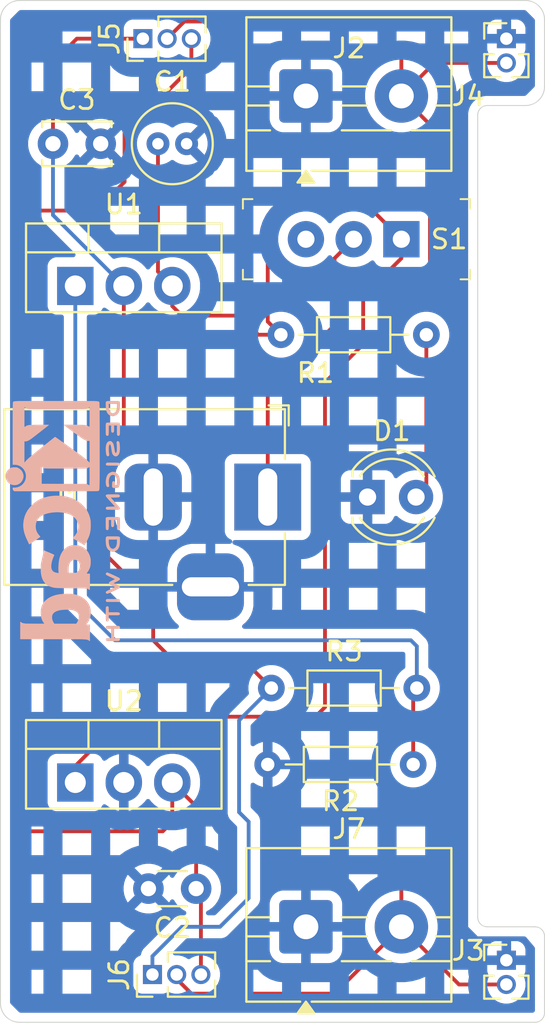
<source format=kicad_pcb>
(kicad_pcb (version 20241229) (generator "pcbnew") (generator_version "9.0")
  (title_block (title "Breadboad Power Supply") (date "2025-05-11") (rev "1") (company "Designed by Vishal"))
  (layers (0 "F.Cu" signal) (2 "B.Cu" signal) (13 "F.Paste" user) (15 "B.Paste" user) (5 "F.SilkS" user "F.Silkscreen") (7 "B.SilkS" user "B.Silkscreen") (1 "F.Mask" user) (3 "B.Mask" user) (25 "Edge.Cuts" user))
  (net 0 "")
  (net 1 "/12V")
  (net 2 "GND")
  (net 3 "/5V")
  (net 4 "/3.3V")
  (net 5 "Net-(D1-A)")
  (net 6 "Net-(U1-ADJ)")
  (net 8 "/PWR_input")
  (net 9 "/PWR_output")
  (footprint "TerminalBlock:TerminalBlock_MaiXu_MX126-5.0-02P_1x02_P5.00mm" (layer "F.Cu") (at 132.5 113)
    (property "Reference" "J7" (at 2.25 -5.12 0) (layer "F.SilkS"))
    (property "Value" "Screw_Terminal_01x02")
    (pad "1" thru_hole roundrect (at 0 0) (size 2.8 2.8) (drill 1.3) (layers "*.Cu" "*.Mask") (roundrect_rratio 0.089286) (net 2 "GND"))
    (pad "2" thru_hole circle (at 5 0) (size 2.8 2.8) (drill 1.3) (layers "*.Cu" "*.Mask") (net 9 "/PWR_output"))
  )
  (footprint "Connector_PinHeader_1.27mm:PinHeader_1x03_P1.27mm_Vertical" (layer "F.Cu") (at 124.46 115.5 90)
    (property "Reference" "J6" (at 0 -1.745 90) (layer "F.SilkS"))
    (property "Value" "Conn_01x03_Pin")
    (pad "1" thru_hole rect (at 0 0 90) (size 1 1) (drill 0.65) (layers "*.Cu" "*.Mask") (net 4 "/3.3V"))
    (pad "2" thru_hole circle (at 0 1.27 90) (size 1 1) (drill 0.65) (layers "*.Cu" "*.Mask") (net 9 "/PWR_output"))
    (pad "3" thru_hole circle (at 0 2.54 90) (size 1 1) (drill 0.65) (layers "*.Cu" "*.Mask") (net 3 "/5V"))
  )
  (footprint "LED_THT:LED_D4.0mm" (layer "F.Cu") (at 135.73 90.5)
    (property "Reference" "D1" (at 1.27 -3.46 0) (layer "F.SilkS"))
    (property "Value" "LED")
    (pad "1" thru_hole rect (at 0 0) (size 1.8 1.8) (drill 0.9) (layers "*.Cu" "*.Mask") (net 2 "GND"))
    (pad "2" thru_hole circle (at 2.54 0) (size 1.8 1.8) (drill 0.9) (layers "*.Cu" "*.Mask") (net 5 "Net-(D1-A)"))
  )
  (footprint "Capacitor_THT:C_Disc_D3.4mm_W2.1mm_P2.50mm" (layer "F.Cu") (at 119.25 72)
    (property "Reference" "C3" (at 1.25 -2.3 0) (layer "F.SilkS"))
    (property "Value" "1u")
    (pad "1" thru_hole circle (at 0 0) (size 1.6 1.6) (drill 0.8) (layers "*.Cu" "*.Mask") (net 4 "/3.3V"))
    (pad "2" thru_hole circle (at 2.5 0) (size 1.6 1.6) (drill 0.8) (layers "*.Cu" "*.Mask") (net 2 "GND"))
  )
  (footprint "Connector_BarrelJack:BarrelJack_Horizontal" (layer "F.Cu") (at 130.5 90.5)
    (property "Reference" "J1" (at -10.5 0 0) (layer "F.SilkS"))
    (property "Value" "Barrel_Jack_Switch")
    (pad "1" thru_hole rect (at 0 0) (size 3.5 3.5) (drill oval 1 3) (layers "*.Cu" "*.Mask") (net 8 "/PWR_input"))
    (pad "2" thru_hole roundrect (at -6 0) (size 3 3.5) (drill oval 1 3) (layers "*.Cu" "*.Mask") (net 2 "GND"))
    (pad "3" thru_hole roundrect (at -3 4.7) (size 3.5 3.5) (drill oval 3 1) (layers "*.Cu" "*.Mask") (net 2 "GND"))
  )
  (footprint "Capacitor_THT:C_Disc_D3.0mm_W1.6mm_P2.50mm" (layer "F.Cu") (at 126.75 111 180)
    (property "Reference" "C2" (at 1.25 -2.05 0) (layer "F.SilkS"))
    (property "Value" "0.1u")
    (pad "1" thru_hole circle (at 0 0 180) (size 1.6 1.6) (drill 0.8) (layers "*.Cu" "*.Mask") (net 3 "/5V"))
    (pad "2" thru_hole circle (at 2.5 0 180) (size 1.6 1.6) (drill 0.8) (layers "*.Cu" "*.Mask") (net 2 "GND"))
  )
  (footprint "Package_TO_SOT_THT:TO-220-3_Vertical" (layer "F.Cu") (at 120.42 79.445)
    (property "Reference" "U1" (at 2.54 -4.27 0) (layer "F.SilkS"))
    (property "Value" "LM317_TO-220")
    (pad "1" thru_hole rect (at 0 0) (size 1.905 2) (drill 1.1) (layers "*.Cu" "*.Mask") (net 6 "Net-(U1-ADJ)"))
    (pad "2" thru_hole oval (at 2.54 0) (size 1.905 2) (drill 1.1) (layers "*.Cu" "*.Mask") (net 4 "/3.3V"))
    (pad "3" thru_hole oval (at 5.08 0) (size 1.905 2) (drill 1.1) (layers "*.Cu" "*.Mask") (net 1 "/12V"))
  )
  (footprint "Resistor_THT:R_Axial_DIN0204_L3.6mm_D1.6mm_P7.62mm_Horizontal" (layer "F.Cu") (at 130.69 100.5)
    (property "Reference" "R3" (at 3.81 -1.92 0) (layer "F.SilkS"))
    (property "Value" "330")
    (pad "1" thru_hole circle (at 0 0) (size 1.4 1.4) (drill 0.7) (layers "*.Cu" "*.Mask") (net 4 "/3.3V"))
    (pad "2" thru_hole oval (at 7.62 0) (size 1.4 1.4) (drill 0.7) (layers "*.Cu" "*.Mask") (net 6 "Net-(U1-ADJ)"))
  )
  (footprint "Package_TO_SOT_THT:TO-220-3_Vertical" (layer "F.Cu") (at 120.42 105.445)
    (property "Reference" "U2" (at 2.54 -4.27 0) (layer "F.SilkS"))
    (property "Value" "LM7805_TO220")
    (pad "1" thru_hole rect (at 0 0) (size 1.905 2) (drill 1.1) (layers "*.Cu" "*.Mask") (net 1 "/12V"))
    (pad "2" thru_hole oval (at 2.54 0) (size 1.905 2) (drill 1.1) (layers "*.Cu" "*.Mask") (net 2 "GND"))
    (pad "3" thru_hole oval (at 5.08 0) (size 1.905 2) (drill 1.1) (layers "*.Cu" "*.Mask") (net 3 "/5V"))
  )
  (footprint "Capacitor_THT:C_Radial_D4.0mm_H5.0mm_P1.50mm" (layer "F.Cu") (at 124.75 72)
    (property "Reference" "C1" (at 0.75 -3.25 0) (layer "F.SilkS"))
    (property "Value" "10u")
    (pad "1" thru_hole circle (at 0 0) (size 1.2 1.2) (drill 0.6) (layers "*.Cu" "*.Mask") (net 1 "/12V"))
    (pad "2" thru_hole circle (at 1.5 0) (size 1.2 1.2) (drill 0.6) (layers "*.Cu" "*.Mask") (net 2 "GND"))
  )
  (footprint "digikey-footprints:Switch_Slide_11.6x4mm_EG1218" (layer "F.Cu") (at 137.5 77 180)
    (property "Reference" "S1" (at -2.5 0 0) (layer "F.SilkS"))
    (property "Value" "EG1218")
    (pad "1" thru_hole rect (at 0 0 180) (size 1.9 1.9) (drill 0.9) (layers "*.Cu" "*.Mask") (net 1 "/12V"))
    (pad "2" thru_hole circle (at 2.5 0 180) (size 1.9 1.9) (drill 0.9) (layers "*.Cu" "*.Mask") (net 8 "/PWR_input"))
    (pad "3" thru_hole circle (at 5 0 180) (size 1.9 1.9) (drill 0.9) (layers "*.Cu" "*.Mask"))
  )
  (footprint "Connector_PinHeader_1.27mm:PinHeader_1x02_P1.27mm_Vertical" (layer "F.Cu") (at 143 114.75)
    (property "Reference" "J3" (at -2 -0.5 0) (layer "F.SilkS"))
    (property "Value" "Conn_01x02_Pin")
    (pad "1" thru_hole rect (at 0 0) (size 1 1) (drill 0.65) (layers "*.Cu" "*.Mask") (net 2 "GND"))
    (pad "2" thru_hole circle (at 0 1.27) (size 1 1) (drill 0.65) (layers "*.Cu" "*.Mask") (net 9 "/PWR_output"))
  )
  (footprint "Connector_PinHeader_1.27mm:PinHeader_1x02_P1.27mm_Vertical" (layer "F.Cu") (at 143 66.5)
    (property "Reference" "J4" (at -2 3 0) (layer "F.SilkS"))
    (property "Value" "Conn_01x02_Pin")
    (pad "1" thru_hole rect (at 0 0) (size 1 1) (drill 0.65) (layers "*.Cu" "*.Mask") (net 2 "GND"))
    (pad "2" thru_hole circle (at 0 1.27) (size 1 1) (drill 0.65) (layers "*.Cu" "*.Mask") (net 9 "/PWR_output"))
  )
  (footprint "Resistor_THT:R_Axial_DIN0204_L3.6mm_D1.6mm_P7.62mm_Horizontal" (layer "F.Cu") (at 131.19 82)
    (property "Reference" "R1" (at 1.81 2 0) (layer "F.SilkS"))
    (property "Value" "330")
    (pad "1" thru_hole circle (at 0 0) (size 1.4 1.4) (drill 0.7) (layers "*.Cu" "*.Mask") (net 1 "/12V"))
    (pad "2" thru_hole oval (at 7.62 0) (size 1.4 1.4) (drill 0.7) (layers "*.Cu" "*.Mask") (net 5 "Net-(D1-A)"))
  )
  (footprint "TerminalBlock:TerminalBlock_MaiXu_MX126-5.0-02P_1x02_P5.00mm" (layer "F.Cu") (at 132.5 69.5)
    (property "Reference" "J2" (at 2.25 -2.5 0) (layer "F.SilkS"))
    (property "Value" "Screw_Terminal_01x02")
    (pad "1" thru_hole roundrect (at 0 0) (size 2.8 2.8) (drill 1.3) (layers "*.Cu" "*.Mask") (roundrect_rratio 0.089286) (net 2 "GND"))
    (pad "2" thru_hole circle (at 5 0) (size 2.8 2.8) (drill 1.3) (layers "*.Cu" "*.Mask") (net 9 "/PWR_output"))
  )
  (footprint "Resistor_THT:R_Axial_DIN0204_L3.6mm_D1.6mm_P7.62mm_Horizontal" (layer "F.Cu") (at 138.12 104.5 180)
    (property "Reference" "R2" (at 3.81 -1.92 0) (layer "F.SilkS"))
    (property "Value" "560")
    (pad "1" thru_hole circle (at 0 0 180) (size 1.4 1.4) (drill 0.7) (layers "*.Cu" "*.Mask") (net 6 "Net-(U1-ADJ)"))
    (pad "2" thru_hole oval (at 7.62 0 180) (size 1.4 1.4) (drill 0.7) (layers "*.Cu" "*.Mask") (net 2 "GND"))
  )
  (footprint "Connector_PinHeader_1.27mm:PinHeader_1x03_P1.27mm_Vertical" (layer "F.Cu") (at 123.96 66.5 90)
    (property "Reference" "J5" (at 0 -1.745 90) (layer "F.SilkS"))
    (property "Value" "Conn_01x03_Pin")
    (pad "1" thru_hole rect (at 0 0 90) (size 1 1) (drill 0.65) (layers "*.Cu" "*.Mask") (net 4 "/3.3V"))
    (pad "2" thru_hole circle (at 0 1.27 90) (size 1 1) (drill 0.65) (layers "*.Cu" "*.Mask") (net 9 "/PWR_output"))
    (pad "3" thru_hole circle (at 0 2.54 90) (size 1 1) (drill 0.65) (layers "*.Cu" "*.Mask") (net 3 "/5V"))
  )
  (footprint "Symbol:KiCad-Logo2_5mm_SilkScreen" (layer "B.Cu") (at 119.75 91.75 -90)
    (property "Reference" "REF**" (hide yes))
    (property "Value" "KiCad-Logo2_5mm_SilkScreen" (hide yes))
  )
  (gr_line (start 144.5 113) (end 142 113) (stroke (width 0.05)) (layer "Edge.Cuts"))
  (gr_arc (start 116.5 65.5) (mid 116.792893 64.792893) (end 117.5 64.5) (stroke (width 0.05)) (layer "Edge.Cuts"))
  (gr_arc (start 145 117.5) (mid 144.853553 117.853553) (end 144.5 118) (stroke (width 0.05)) (layer "Edge.Cuts"))
  (gr_line (start 117.5 64.5) (end 144 64.5) (stroke (width 0.05)) (layer "Edge.Cuts"))
  (gr_arc (start 117.5 118) (mid 116.792893 117.707107) (end 116.5 117) (stroke (width 0.05)) (layer "Edge.Cuts"))
  (gr_arc (start 144.5 113) (mid 144.853553 113.146447) (end 145 113.5) (stroke (width 0.05)) (layer "Edge.Cuts"))
  (gr_line (start 116.5 117) (end 116.5 65.5) (stroke (width 0.05)) (layer "Edge.Cuts"))
  (gr_arc (start 145 69) (mid 144.707107 69.707107) (end 144 70) (stroke (width 0.05)) (layer "Edge.Cuts"))
  (gr_line (start 144.5 118) (end 117.5 118) (stroke (width 0.05)) (layer "Edge.Cuts"))
  (gr_arc (start 141.5 70.5) (mid 141.646447 70.146447) (end 142 70) (stroke (width 0.05)) (layer "Edge.Cuts"))
  (gr_line (start 145 117.5) (end 145 113.5) (stroke (width 0.05)) (layer "Edge.Cuts"))
  (gr_arc (start 142 113) (mid 141.646447 112.853553) (end 141.5 112.5) (stroke (width 0.05)) (layer "Edge.Cuts"))
  (gr_line (start 141.5 112.5) (end 141.5 70.5) (stroke (width 0.05)) (layer "Edge.Cuts"))
  (gr_line (start 145 69) (end 145 65.5) (stroke (width 0.05)) (layer "Edge.Cuts"))
  (gr_line (start 142 70) (end 144 70) (stroke (width 0.05)) (layer "Edge.Cuts"))
  (gr_arc (start 144 64.5) (mid 144.707107 64.792893) (end 145 65.5) (stroke (width 0.05)) (layer "Edge.Cuts"))
  (segment (start 123 102) (end 120.42 104.58) (width 0.2) (layer "F.Cu") (net 1))
  (segment (start 135.5 75) (end 132 75) (width 0.2) (layer "F.Cu") (net 1))
  (segment (start 137.5 78) (end 135.5 80) (width 0.2) (layer "F.Cu") (net 1))
  (segment (start 125.5 80.5) (end 126 81) (width 0.2) (layer "F.Cu") (net 1))
  (segment (start 135.5 82.5) (end 133.5 84.5) (width 0.2) (layer "F.Cu") (net 1))
  (segment (start 130.5 76.5) (end 130.5 81.31) (width 0.2) (layer "F.Cu") (net 1))
  (segment (start 137.5 77) (end 137.5 78) (width 0.2) (layer "F.Cu") (net 1))
  (segment (start 126 81) (end 129 81) (width 0.2) (layer "F.Cu") (net 1))
  (segment (start 120.42 104.58) (end 120.42 105.445) (width 0.2) (layer "F.Cu") (net 1))
  (segment (start 124.75 72) (end 124.75 78.695) (width 0.2) (layer "F.Cu") (net 1))
  (segment (start 137.5 77) (end 135.5 75) (width 0.2) (layer "F.Cu") (net 1))
  (segment (start 124.75 78.695) (end 125.5 79.445) (width 0.2) (layer "F.Cu") (net 1))
  (segment (start 133.5 84.5) (end 133.5 101.5) (width 0.2) (layer "F.Cu") (net 1))
  (segment (start 130 82) (end 131.19 82) (width 0.2) (layer "F.Cu") (net 1))
  (segment (start 129 81) (end 130 82) (width 0.2) (layer "F.Cu") (net 1))
  (segment (start 132 75) (end 130.5 76.5) (width 0.2) (layer "F.Cu") (net 1))
  (segment (start 135.5 80) (end 135.5 82.5) (width 0.2) (layer "F.Cu") (net 1))
  (segment (start 125.5 79.445) (end 125.5 80.5) (width 0.2) (layer "F.Cu") (net 1))
  (segment (start 130.5 81.31) (end 131.19 82) (width 0.2) (layer "F.Cu") (net 1))
  (segment (start 133.5 101.5) (end 133 102) (width 0.2) (layer "F.Cu") (net 1))
  (segment (start 133 102) (end 123 102) (width 0.2) (layer "F.Cu") (net 1))
  (segment (start 127 111.5) (end 127 115.5) (width 0.2) (layer "F.Cu") (net 3))
  (segment (start 124 69.5) (end 125 69.5) (width 0.2) (layer "F.Cu") (net 3))
  (segment (start 118 108) (end 117.5 107.5) (width 0.2) (layer "F.Cu") (net 3))
  (segment (start 123 74) (end 123 70.5) (width 0.2) (layer "F.Cu") (net 3))
  (segment (start 126.75 111) (end 126.75 111.25) (width 0.2) (layer "F.Cu") (net 3))
  (segment (start 117.5 76.5) (end 118.5 75.5) (width 0.2) (layer "F.Cu") (net 3))
  (segment (start 126.75 106.695) (end 125.5 105.445) (width 0.2) (layer "F.Cu") (net 3))
  (segment (start 117.5 107.5) (end 117.5 76.5) (width 0.2) (layer "F.Cu") (net 3))
  (segment (start 125.5 105.445) (end 125.5 107.5) (width 0.2) (layer "F.Cu") (net 3))
  (segment (start 126.75 111.25) (end 127 111.5) (width 0.2) (layer "F.Cu") (net 3))
  (segment (start 126.5 68) (end 126.5 66.5) (width 0.2) (layer "F.Cu") (net 3))
  (segment (start 125 69.5) (end 126.5 68) (width 0.2) (layer "F.Cu") (net 3))
  (segment (start 118.5 75.5) (end 121.5 75.5) (width 0.2) (layer "F.Cu") (net 3))
  (segment (start 121.5 75.5) (end 123 74) (width 0.2) (layer "F.Cu") (net 3))
  (segment (start 123 70.5) (end 124 69.5) (width 0.2) (layer "F.Cu") (net 3))
  (segment (start 125 108) (end 118 108) (width 0.2) (layer "F.Cu") (net 3))
  (segment (start 125.5 107.5) (end 125 108) (width 0.2) (layer "F.Cu") (net 3))
  (segment (start 126.75 111) (end 126.75 106.695) (width 0.2) (layer "F.Cu") (net 3))
  (segment (start 129.19 99) (end 130.69 100.5) (width 0.2) (layer "F.Cu") (net 4))
  (segment (start 121.5 93) (end 123 94.5) (width 0.2) (layer "F.Cu") (net 4))
  (segment (start 122.96 87.54) (end 121.5 89) (width 0.2) (layer "F.Cu") (net 4))
  (segment (start 119.25 67.75) (end 120.5 66.5) (width 0.2) (layer "F.Cu") (net 4))
  (segment (start 121.5 89) (end 121.5 93) (width 0.2) (layer "F.Cu") (net 4))
  (segment (start 125.5 99) (end 129.19 99) (width 0.2) (layer "F.Cu") (net 4))
  (segment (start 124.5 98) (end 125.5 99) (width 0.2) (layer "F.Cu") (net 4))
  (segment (start 124 94.5) (end 124.5 95) (width 0.2) (layer "F.Cu") (net 4))
  (segment (start 122.96 79.445) (end 122.96 87.54) (width 0.2) (layer "F.Cu") (net 4))
  (segment (start 124.5 95) (end 124.5 98) (width 0.2) (layer "F.Cu") (net 4))
  (segment (start 120.5 66.5) (end 123.96 66.5) (width 0.2) (layer "F.Cu") (net 4))
  (segment (start 123 94.5) (end 124 94.5) (width 0.2) (layer "F.Cu") (net 4))
  (segment (start 119.25 72) (end 119.25 67.75) (width 0.2) (layer "F.Cu") (net 4))
  (segment (start 119.25 72) (end 119.25 75.735) (width 0.2) (layer "B.Cu") (net 4))
  (segment (start 129 102.19) (end 130.69 100.5) (width 0.2) (layer "B.Cu") (net 4))
  (segment (start 128 113) (end 129.5 111.5) (width 0.2) (layer "B.Cu") (net 4))
  (segment (start 124.46 114.54) (end 126 113) (width 0.2) (layer "B.Cu") (net 4))
  (segment (start 129 107) (end 129 102.19) (width 0.2) (layer "B.Cu") (net 4))
  (segment (start 124.46 115.5) (end 124.46 114.54) (width 0.2) (layer "B.Cu") (net 4))
  (segment (start 119.25 75.735) (end 122.96 79.445) (width 0.2) (layer "B.Cu") (net 4))
  (segment (start 126 113) (end 128 113) (width 0.2) (layer "B.Cu") (net 4))
  (segment (start 129.5 107.5) (end 129 107) (width 0.2) (layer "B.Cu") (net 4))
  (segment (start 129.5 111.5) (end 129.5 107.5) (width 0.2) (layer "B.Cu") (net 4))
  (segment (start 138.81 89.96) (end 138.27 90.5) (width 0.2) (layer "F.Cu") (net 5))
  (segment (start 138.81 82) (end 138.81 89.96) (width 0.2) (layer "F.Cu") (net 5))
  (segment (start 138.12 104.5) (end 138.12 100.69) (width 0.2) (layer "F.Cu") (net 6))
  (segment (start 138.12 100.69) (end 138.31 100.5) (width 0.2) (layer "F.Cu") (net 6))
  (segment (start 138.31 98.31) (end 138 98) (width 0.2) (layer "B.Cu") (net 6))
  (segment (start 138 98) (end 122.5 98) (width 0.2) (layer "B.Cu") (net 6))
  (segment (start 120.42 95.92) (end 120.42 79.445) (width 0.2) (layer "B.Cu") (net 6))
  (segment (start 122.5 98) (end 120.42 95.92) (width 0.2) (layer "B.Cu") (net 6))
  (segment (start 138.31 100.5) (end 138.31 98.31) (width 0.2) (layer "B.Cu") (net 6))
  (segment (start 134 81.5) (end 130.5 85) (width 0.2) (layer "F.Cu") (net 8))
  (segment (start 131.5 89) (end 130 90.5) (width 0.2) (layer "F.Cu") (net 8))
  (segment (start 130.5 85) (end 130.5 90.5) (width 0.2) (layer "F.Cu") (net 8))
  (segment (start 135 77) (end 134 78) (width 0.2) (layer "F.Cu") (net 8))
  (segment (start 134 78) (end 134 81.5) (width 0.2) (layer "F.Cu") (net 8))
  (segment (start 134 116.5) (end 137.5 113) (width 0.2) (layer "F.Cu") (net 9))
  (segment (start 125.73 115.5) (end 125.73 115.73) (width 0.2) (layer "F.Cu") (net 9))
  (segment (start 140.5 81.5) (end 140.5 108) (width 0.2) (layer "F.Cu") (net 9))
  (segment (start 140.52 116.02) (end 143 116.02) (width 0.2) (layer "F.Cu") (net 9))
  (segment (start 126.129 65.601) (end 136.101 65.601) (width 0.2) (layer "F.Cu") (net 9))
  (segment (start 143 67.77) (end 139.23 67.77) (width 0.2) (layer "F.Cu") (net 9))
  (segment (start 137.5 111) (end 137.5 113) (width 0.2) (layer "F.Cu") (net 9))
  (segment (start 139 71) (end 139 80) (width 0.2) (layer "F.Cu") (net 9))
  (segment (start 126.5 116.5) (end 134 116.5) (width 0.2) (layer "F.Cu") (net 9))
  (segment (start 140.5 108) (end 137.5 111) (width 0.2) (layer "F.Cu") (net 9))
  (segment (start 136.101 65.601) (end 137.5 67) (width 0.2) (layer "F.Cu") (net 9))
  (segment (start 125.23 66.5) (end 126.129 65.601) (width 0.2) (layer "F.Cu") (net 9))
  (segment (start 137.5 69.5) (end 139 71) (width 0.2) (layer "F.Cu") (net 9))
  (segment (start 137.5 113) (end 140.52 116.02) (width 0.2) (layer "F.Cu") (net 9))
  (segment (start 137.5 67) (end 137.5 69.5) (width 0.2) (layer "F.Cu") (net 9))
  (segment (start 125.73 115.73) (end 126.5 116.5) (width 0.2) (layer "F.Cu") (net 9))
  (segment (start 139 80) (end 140.5 81.5) (width 0.2) (layer "F.Cu") (net 9))
  (segment (start 139.23 67.77) (end 137.5 69.5) (width 0.2) (layer "F.Cu") (net 9))
  (zone (net 2) (net_name "GND") (layer "B.Cu") (connect_pads (clearance 0.5)) (min_thickness 0.25) (fill yes (mode hatch) (thermal_gap 0.5) (thermal_bridge_width 0.5) (island_removal_mode 1) (island_area_min 10) (hatch_thickness 1) (hatch_gap 1.5) (hatch_orientation 0) (hatch_border_algorithm hatch_thickness) (hatch_min_hole_area 0.3))
    (polygon (pts (xy 144 65) (xy 144.5 65.5) (xy 144.5 69) (xy 144 69.5) (xy 142 69.5) (xy 141 70.5) (xy 141 113) (xy 141.5 113.5) (xy 144 113.5) (xy 144.5 114.089286) (xy 144.5 115.25) (xy 144.5 118) (xy 118 118) (xy 117 117) (xy 117 65.5) (xy 117.5 65)))
  )
)
</source>
